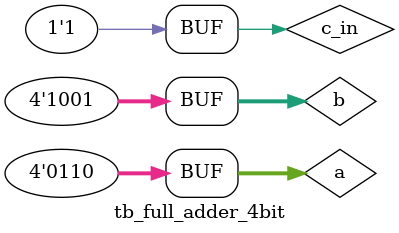
<source format=v>
`timescale 1ns / 1ps


module tb_full_adder_4bit;

	// Inputs
	reg [3:0] a;
	reg [3:0] b;
	reg c_in;

	// Outputs
	wire c_out;
	wire [3:0] sum;

	// Instantiate the Unit Under Test (UUT)
	full_adder_4bit uut (
		.a(a), 
		.b(b), 
		.c_in(c_in), 
		.sum(sum), 
		.c_out(c_out)
	);

	initial begin
		// Initialize Inputs
		a = 3;
		b = 4;
		c_in = 1;
       #20
		 a = 6;
		 b = 9;
		 c_in = 1;
		 
		// Wait 100 ns for global reset to finish
		#100;
        
		// Add stimulus here

	end
      
endmodule


</source>
